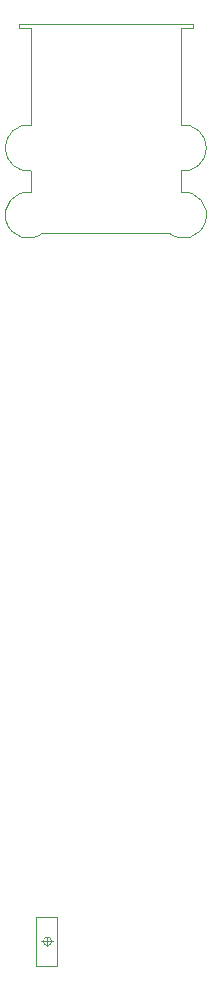
<source format=gm1>
%FSLAX25Y25*%
%MOIN*%
G70*
G01*
G75*
G04 Layer_Color=16711935*
%ADD10C,0.02362*%
%ADD11C,0.00984*%
%ADD12R,0.02441X0.02244*%
%ADD13R,0.02244X0.02441*%
%ADD14O,0.01378X0.06693*%
%ADD15R,0.01614X0.06299*%
%ADD16R,0.02362X0.02165*%
%ADD17R,0.01181X0.10236*%
%ADD18R,0.03000X0.03000*%
G04:AMPARAMS|DCode=19|XSize=29.53mil|YSize=16.54mil|CornerRadius=4.13mil|HoleSize=0mil|Usage=FLASHONLY|Rotation=90.000|XOffset=0mil|YOffset=0mil|HoleType=Round|Shape=RoundedRectangle|*
%AMROUNDEDRECTD19*
21,1,0.02953,0.00827,0,0,90.0*
21,1,0.02126,0.01654,0,0,90.0*
1,1,0.00827,0.00413,0.01063*
1,1,0.00827,0.00413,-0.01063*
1,1,0.00827,-0.00413,-0.01063*
1,1,0.00827,-0.00413,0.01063*
%
%ADD19ROUNDEDRECTD19*%
%ADD20O,0.03150X0.01181*%
%ADD21O,0.01181X0.03150*%
%ADD22R,0.03937X0.05906*%
%ADD23R,0.05906X0.03937*%
%ADD24O,0.01378X0.05512*%
%ADD25R,0.03819X0.03780*%
%ADD26R,0.01181X0.02165*%
%ADD27R,0.01575X0.02165*%
%ADD28R,0.03937X0.02362*%
%ADD29R,0.03000X0.03000*%
%ADD30R,0.05118X0.06102*%
%ADD31C,0.07874*%
%ADD32R,0.02756X0.00984*%
%ADD33R,0.10630X0.10630*%
%ADD34R,0.00984X0.02756*%
%ADD35R,0.06102X0.05118*%
%ADD36R,0.01575X0.01969*%
%ADD37R,0.05906X0.02165*%
%ADD38R,0.03780X0.03819*%
%ADD39R,0.13504X0.09843*%
%ADD40R,0.03937X0.06890*%
%ADD41R,0.02756X0.06890*%
%ADD42R,0.05906X0.06890*%
%ADD43R,0.03150X0.05512*%
%ADD44R,0.05906X0.03937*%
%ADD45R,0.03937X0.06102*%
%ADD46R,0.06200X0.02400*%
%ADD47O,0.06200X0.02400*%
%ADD48R,0.02400X0.06200*%
%ADD49O,0.02400X0.06200*%
%ADD50R,0.01181X0.01181*%
%ADD51R,0.01772X0.02323*%
%ADD52R,0.00787X0.01969*%
%ADD53R,0.08504X0.08898*%
%ADD54R,0.04000X0.05000*%
%ADD55R,0.05000X0.04000*%
%ADD56R,0.01378X0.07874*%
%ADD57R,0.17716X0.18110*%
%ADD58R,0.02441X0.01575*%
%ADD59R,0.04724X0.01181*%
%ADD60R,0.11811X0.10630*%
%ADD61R,0.05512X0.04528*%
%ADD62R,0.04528X0.05512*%
%ADD63R,0.01772X0.05118*%
%ADD64R,0.03740X0.03740*%
%ADD65R,0.02362X0.03937*%
%ADD66O,0.02756X0.00984*%
%ADD67O,0.00984X0.02756*%
%ADD68R,0.17126X0.17126*%
%ADD69C,0.00787*%
%ADD70C,0.00906*%
%ADD71C,0.01969*%
%ADD72C,0.01378*%
%ADD73C,0.01181*%
%ADD74C,0.02756*%
%ADD75C,0.01575*%
%ADD76C,0.00052*%
%ADD77C,0.01000*%
%ADD78C,0.07087*%
%ADD79R,0.07087X0.07087*%
%ADD80C,0.07480*%
%ADD81C,0.25590*%
%ADD82O,0.05906X0.12992*%
%ADD83O,0.05906X0.09055*%
%ADD84C,0.20866*%
%ADD85C,0.08268*%
%ADD86C,0.12795*%
%ADD87C,0.06496*%
%ADD88C,0.09843*%
%ADD89C,0.06693*%
%ADD90R,0.06693X0.06693*%
%ADD91C,0.06000*%
%ADD92R,0.06000X0.06000*%
%ADD93C,0.13780*%
%ADD94C,0.05512*%
%ADD95O,0.15748X0.07874*%
%ADD96O,0.07874X0.15748*%
%ADD97O,0.17716X0.07874*%
%ADD98C,0.04331*%
%ADD99C,0.06299*%
%ADD100C,0.11811*%
%ADD101C,0.03150*%
%ADD102O,0.04528X0.07087*%
%ADD103O,0.05709X0.07874*%
%ADD104C,0.02362*%
%ADD105C,0.00866*%
%ADD106C,0.00900*%
%ADD107C,0.00500*%
%ADD108C,0.00394*%
%ADD109C,0.00591*%
%ADD110C,0.00700*%
%ADD111C,0.00701*%
%ADD112C,0.00472*%
%ADD113C,0.00197*%
D113*
X483645Y336321D02*
G03*
X483652Y351639I862J7659D01*
G01*
X433660Y351635D02*
G03*
X433665Y336315I-844J-7660D01*
G01*
X433669Y329272D02*
G03*
X437670Y315627I-853J-7660D01*
G01*
X479745Y315577D02*
G03*
X483651Y329274I4786J6041D01*
G01*
X440551Y79528D02*
G03*
X440551Y79528I-1378J0D01*
G01*
X479684Y315638D02*
X479745Y315577D01*
X437670Y315638D02*
X479684D01*
X429727Y385431D02*
X487596D01*
Y383861D02*
Y385431D01*
X429727Y383861D02*
Y385431D01*
Y383861D02*
X433664D01*
Y351635D02*
Y383861D01*
X483659D02*
X487596D01*
X483659Y351639D02*
Y383861D01*
X483656Y329274D02*
Y336321D01*
X433664Y329272D02*
Y336319D01*
X439150Y77925D02*
Y81075D01*
X437165Y79528D02*
X441102D01*
X435236Y87795D02*
X442323D01*
X435236Y71260D02*
X442323D01*
X435236D02*
Y87795D01*
X442323Y71260D02*
Y87795D01*
M02*

</source>
